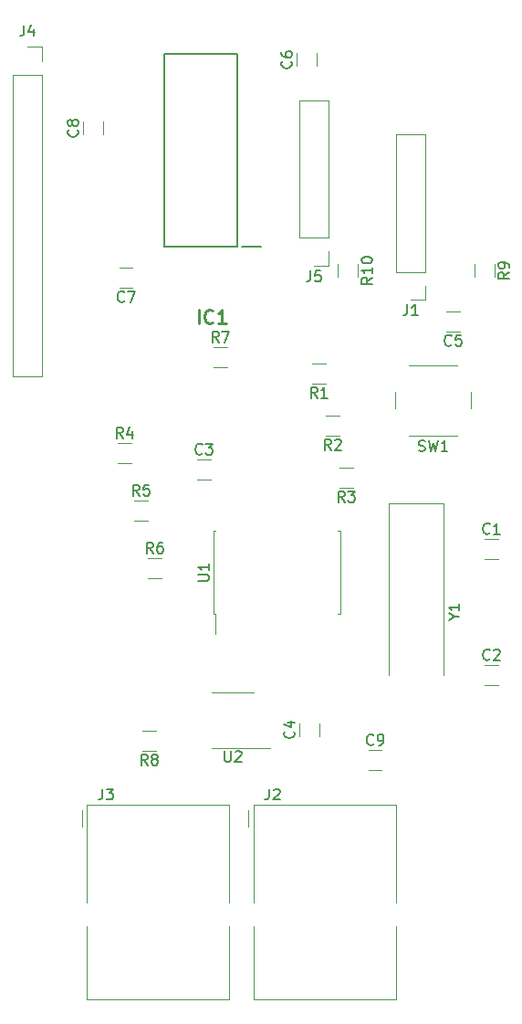
<source format=gbr>
G04 #@! TF.GenerationSoftware,KiCad,Pcbnew,(5.1.4)-1*
G04 #@! TF.CreationDate,2019-11-01T17:51:28+00:00*
G04 #@! TF.ProjectId,canbus_boiler_switch,63616e62-7573-45f6-926f-696c65725f73,rev?*
G04 #@! TF.SameCoordinates,Original*
G04 #@! TF.FileFunction,Legend,Top*
G04 #@! TF.FilePolarity,Positive*
%FSLAX46Y46*%
G04 Gerber Fmt 4.6, Leading zero omitted, Abs format (unit mm)*
G04 Created by KiCad (PCBNEW (5.1.4)-1) date 2019-11-01 17:51:28*
%MOMM*%
%LPD*%
G04 APERTURE LIST*
%ADD10C,0.120000*%
%ADD11C,0.100000*%
%ADD12C,0.200000*%
%ADD13C,0.150000*%
%ADD14C,0.254000*%
G04 APERTURE END LIST*
D10*
X82780000Y-149030000D02*
X81450000Y-149030000D01*
X82780000Y-147700000D02*
X82780000Y-149030000D01*
X82780000Y-146430000D02*
X80120000Y-146430000D01*
X80120000Y-146430000D02*
X80120000Y-133670000D01*
X82780000Y-146430000D02*
X82780000Y-133670000D01*
X82780000Y-133670000D02*
X80120000Y-133670000D01*
X88382000Y-171027000D02*
X88382000Y-187002000D01*
X93482000Y-171027000D02*
X88382000Y-171027000D01*
X93482000Y-187002000D02*
X93482000Y-171027000D01*
X60390000Y-198984000D02*
X73590000Y-198984000D01*
X73590000Y-198984000D02*
X73590000Y-208004000D01*
D11*
X73590000Y-216864000D02*
X73590000Y-216984000D01*
D10*
X73590000Y-216984000D02*
X73590000Y-210204000D01*
D11*
X73590000Y-216974000D02*
X73590000Y-216984000D01*
D10*
X73590000Y-216984000D02*
X60390000Y-216984000D01*
X60390000Y-216984000D02*
X60390000Y-210204000D01*
D11*
X60390000Y-207934000D02*
X60390000Y-208004000D01*
D10*
X60390000Y-208004000D02*
X60390000Y-198984000D01*
X59920000Y-200984000D02*
X59920000Y-199454000D01*
D12*
X76569000Y-147233000D02*
X74719000Y-147233000D01*
X74369000Y-129353000D02*
X74369000Y-147253000D01*
X67569000Y-129353000D02*
X74369000Y-129353000D01*
X67569000Y-147253000D02*
X67569000Y-129353000D01*
X74369000Y-147253000D02*
X67569000Y-147253000D01*
D10*
X75860000Y-198984000D02*
X89060000Y-198984000D01*
X89060000Y-198984000D02*
X89060000Y-208004000D01*
D11*
X89060000Y-216864000D02*
X89060000Y-216984000D01*
D10*
X89060000Y-216984000D02*
X89060000Y-210204000D01*
D11*
X89060000Y-216974000D02*
X89060000Y-216984000D01*
D10*
X89060000Y-216984000D02*
X75860000Y-216984000D01*
X75860000Y-216984000D02*
X75860000Y-210204000D01*
D11*
X75860000Y-207934000D02*
X75860000Y-208004000D01*
D10*
X75860000Y-208004000D02*
X75860000Y-198984000D01*
X75390000Y-200984000D02*
X75390000Y-199454000D01*
X73914000Y-193695000D02*
X77364000Y-193695000D01*
X73914000Y-193695000D02*
X71964000Y-193695000D01*
X73914000Y-188575000D02*
X75864000Y-188575000D01*
X73914000Y-188575000D02*
X71964000Y-188575000D01*
X89008000Y-160758000D02*
X89008000Y-162258000D01*
X90258000Y-164758000D02*
X94758000Y-164758000D01*
X96008000Y-162258000D02*
X96008000Y-160758000D01*
X94758000Y-158258000D02*
X90258000Y-158258000D01*
X54864000Y-128718000D02*
X56194000Y-128718000D01*
X56194000Y-128718000D02*
X56194000Y-130048000D01*
X56194000Y-131318000D02*
X56194000Y-159318000D01*
X53534000Y-159318000D02*
X56194000Y-159318000D01*
X53534000Y-131318000D02*
X53534000Y-159318000D01*
X53534000Y-131318000D02*
X56194000Y-131318000D01*
X72338000Y-181328000D02*
X72338000Y-183143000D01*
X72093000Y-181328000D02*
X72338000Y-181328000D01*
X72093000Y-177468000D02*
X72093000Y-181328000D01*
X72093000Y-173608000D02*
X72338000Y-173608000D01*
X72093000Y-177468000D02*
X72093000Y-173608000D01*
X83863000Y-181328000D02*
X83618000Y-181328000D01*
X83863000Y-177468000D02*
X83863000Y-181328000D01*
X83863000Y-173608000D02*
X83618000Y-173608000D01*
X83863000Y-177468000D02*
X83863000Y-173608000D01*
X83672000Y-148873936D02*
X83672000Y-150078064D01*
X85492000Y-148873936D02*
X85492000Y-150078064D01*
X96372000Y-148873936D02*
X96372000Y-150078064D01*
X98192000Y-148873936D02*
X98192000Y-150078064D01*
X66766064Y-192130000D02*
X65561936Y-192130000D01*
X66766064Y-193950000D02*
X65561936Y-193950000D01*
X72165936Y-158390000D02*
X73370064Y-158390000D01*
X72165936Y-156570000D02*
X73370064Y-156570000D01*
X66069936Y-177948000D02*
X67274064Y-177948000D01*
X66069936Y-176128000D02*
X67274064Y-176128000D01*
X64799936Y-172614000D02*
X66004064Y-172614000D01*
X64799936Y-170794000D02*
X66004064Y-170794000D01*
X63275936Y-167280000D02*
X64480064Y-167280000D01*
X63275936Y-165460000D02*
X64480064Y-165460000D01*
X85054064Y-167746000D02*
X83849936Y-167746000D01*
X85054064Y-169566000D02*
X83849936Y-169566000D01*
X83790064Y-162920000D02*
X82585936Y-162920000D01*
X83790064Y-164740000D02*
X82585936Y-164740000D01*
X82520064Y-158094000D02*
X81315936Y-158094000D01*
X82520064Y-159914000D02*
X81315936Y-159914000D01*
X91754000Y-152206000D02*
X90424000Y-152206000D01*
X91754000Y-150876000D02*
X91754000Y-152206000D01*
X91754000Y-149606000D02*
X89094000Y-149606000D01*
X89094000Y-149606000D02*
X89094000Y-136846000D01*
X91754000Y-149606000D02*
X91754000Y-136846000D01*
X91754000Y-136846000D02*
X89094000Y-136846000D01*
X86519936Y-195728000D02*
X87724064Y-195728000D01*
X86519936Y-193908000D02*
X87724064Y-193908000D01*
X61870000Y-136870064D02*
X61870000Y-135665936D01*
X60050000Y-136870064D02*
X60050000Y-135665936D01*
X64610064Y-149204000D02*
X63405936Y-149204000D01*
X64610064Y-151024000D02*
X63405936Y-151024000D01*
X81682000Y-130520064D02*
X81682000Y-129315936D01*
X79862000Y-130520064D02*
X79862000Y-129315936D01*
X94960064Y-153268000D02*
X93755936Y-153268000D01*
X94960064Y-155088000D02*
X93755936Y-155088000D01*
X80116000Y-192626064D02*
X80116000Y-191421936D01*
X81936000Y-192626064D02*
X81936000Y-191421936D01*
X70641936Y-168804000D02*
X71846064Y-168804000D01*
X70641936Y-166984000D02*
X71846064Y-166984000D01*
X97317936Y-187854000D02*
X98522064Y-187854000D01*
X97317936Y-186034000D02*
X98522064Y-186034000D01*
X97317936Y-176170000D02*
X98522064Y-176170000D01*
X97317936Y-174350000D02*
X98522064Y-174350000D01*
D13*
X81116666Y-149482380D02*
X81116666Y-150196666D01*
X81069047Y-150339523D01*
X80973809Y-150434761D01*
X80830952Y-150482380D01*
X80735714Y-150482380D01*
X82069047Y-149482380D02*
X81592857Y-149482380D01*
X81545238Y-149958571D01*
X81592857Y-149910952D01*
X81688095Y-149863333D01*
X81926190Y-149863333D01*
X82021428Y-149910952D01*
X82069047Y-149958571D01*
X82116666Y-150053809D01*
X82116666Y-150291904D01*
X82069047Y-150387142D01*
X82021428Y-150434761D01*
X81926190Y-150482380D01*
X81688095Y-150482380D01*
X81592857Y-150434761D01*
X81545238Y-150387142D01*
X94458190Y-181578190D02*
X94934380Y-181578190D01*
X93934380Y-181911523D02*
X94458190Y-181578190D01*
X93934380Y-181244857D01*
X94934380Y-180387714D02*
X94934380Y-180959142D01*
X94934380Y-180673428D02*
X93934380Y-180673428D01*
X94077238Y-180768666D01*
X94172476Y-180863904D01*
X94220095Y-180959142D01*
X61816666Y-197506380D02*
X61816666Y-198220666D01*
X61769047Y-198363523D01*
X61673809Y-198458761D01*
X61530952Y-198506380D01*
X61435714Y-198506380D01*
X62197619Y-197506380D02*
X62816666Y-197506380D01*
X62483333Y-197887333D01*
X62626190Y-197887333D01*
X62721428Y-197934952D01*
X62769047Y-197982571D01*
X62816666Y-198077809D01*
X62816666Y-198315904D01*
X62769047Y-198411142D01*
X62721428Y-198458761D01*
X62626190Y-198506380D01*
X62340476Y-198506380D01*
X62245238Y-198458761D01*
X62197619Y-198411142D01*
D14*
X70745238Y-154371523D02*
X70745238Y-153101523D01*
X72075714Y-154250571D02*
X72015238Y-154311047D01*
X71833809Y-154371523D01*
X71712857Y-154371523D01*
X71531428Y-154311047D01*
X71410476Y-154190095D01*
X71350000Y-154069142D01*
X71289523Y-153827238D01*
X71289523Y-153645809D01*
X71350000Y-153403904D01*
X71410476Y-153282952D01*
X71531428Y-153162000D01*
X71712857Y-153101523D01*
X71833809Y-153101523D01*
X72015238Y-153162000D01*
X72075714Y-153222476D01*
X73285238Y-154371523D02*
X72559523Y-154371523D01*
X72922380Y-154371523D02*
X72922380Y-153101523D01*
X72801428Y-153282952D01*
X72680476Y-153403904D01*
X72559523Y-153464380D01*
D13*
X77286666Y-197506380D02*
X77286666Y-198220666D01*
X77239047Y-198363523D01*
X77143809Y-198458761D01*
X77000952Y-198506380D01*
X76905714Y-198506380D01*
X77715238Y-197601619D02*
X77762857Y-197554000D01*
X77858095Y-197506380D01*
X78096190Y-197506380D01*
X78191428Y-197554000D01*
X78239047Y-197601619D01*
X78286666Y-197696857D01*
X78286666Y-197792095D01*
X78239047Y-197934952D01*
X77667619Y-198506380D01*
X78286666Y-198506380D01*
X73152095Y-193987380D02*
X73152095Y-194796904D01*
X73199714Y-194892142D01*
X73247333Y-194939761D01*
X73342571Y-194987380D01*
X73533047Y-194987380D01*
X73628285Y-194939761D01*
X73675904Y-194892142D01*
X73723523Y-194796904D01*
X73723523Y-193987380D01*
X74152095Y-194082619D02*
X74199714Y-194035000D01*
X74294952Y-193987380D01*
X74533047Y-193987380D01*
X74628285Y-194035000D01*
X74675904Y-194082619D01*
X74723523Y-194177857D01*
X74723523Y-194273095D01*
X74675904Y-194415952D01*
X74104476Y-194987380D01*
X74723523Y-194987380D01*
X91174666Y-166162761D02*
X91317523Y-166210380D01*
X91555619Y-166210380D01*
X91650857Y-166162761D01*
X91698476Y-166115142D01*
X91746095Y-166019904D01*
X91746095Y-165924666D01*
X91698476Y-165829428D01*
X91650857Y-165781809D01*
X91555619Y-165734190D01*
X91365142Y-165686571D01*
X91269904Y-165638952D01*
X91222285Y-165591333D01*
X91174666Y-165496095D01*
X91174666Y-165400857D01*
X91222285Y-165305619D01*
X91269904Y-165258000D01*
X91365142Y-165210380D01*
X91603238Y-165210380D01*
X91746095Y-165258000D01*
X92079428Y-165210380D02*
X92317523Y-166210380D01*
X92508000Y-165496095D01*
X92698476Y-166210380D01*
X92936571Y-165210380D01*
X93841333Y-166210380D02*
X93269904Y-166210380D01*
X93555619Y-166210380D02*
X93555619Y-165210380D01*
X93460380Y-165353238D01*
X93365142Y-165448476D01*
X93269904Y-165496095D01*
X54530666Y-126730380D02*
X54530666Y-127444666D01*
X54483047Y-127587523D01*
X54387809Y-127682761D01*
X54244952Y-127730380D01*
X54149714Y-127730380D01*
X55435428Y-127063714D02*
X55435428Y-127730380D01*
X55197333Y-126682761D02*
X54959238Y-127397047D01*
X55578285Y-127397047D01*
X70710380Y-178229904D02*
X71519904Y-178229904D01*
X71615142Y-178182285D01*
X71662761Y-178134666D01*
X71710380Y-178039428D01*
X71710380Y-177848952D01*
X71662761Y-177753714D01*
X71615142Y-177706095D01*
X71519904Y-177658476D01*
X70710380Y-177658476D01*
X71710380Y-176658476D02*
X71710380Y-177229904D01*
X71710380Y-176944190D02*
X70710380Y-176944190D01*
X70853238Y-177039428D01*
X70948476Y-177134666D01*
X70996095Y-177229904D01*
X86854380Y-150118857D02*
X86378190Y-150452190D01*
X86854380Y-150690285D02*
X85854380Y-150690285D01*
X85854380Y-150309333D01*
X85902000Y-150214095D01*
X85949619Y-150166476D01*
X86044857Y-150118857D01*
X86187714Y-150118857D01*
X86282952Y-150166476D01*
X86330571Y-150214095D01*
X86378190Y-150309333D01*
X86378190Y-150690285D01*
X86854380Y-149166476D02*
X86854380Y-149737904D01*
X86854380Y-149452190D02*
X85854380Y-149452190D01*
X85997238Y-149547428D01*
X86092476Y-149642666D01*
X86140095Y-149737904D01*
X85854380Y-148547428D02*
X85854380Y-148452190D01*
X85902000Y-148356952D01*
X85949619Y-148309333D01*
X86044857Y-148261714D01*
X86235333Y-148214095D01*
X86473428Y-148214095D01*
X86663904Y-148261714D01*
X86759142Y-148309333D01*
X86806761Y-148356952D01*
X86854380Y-148452190D01*
X86854380Y-148547428D01*
X86806761Y-148642666D01*
X86759142Y-148690285D01*
X86663904Y-148737904D01*
X86473428Y-148785523D01*
X86235333Y-148785523D01*
X86044857Y-148737904D01*
X85949619Y-148690285D01*
X85902000Y-148642666D01*
X85854380Y-148547428D01*
X99554380Y-149642666D02*
X99078190Y-149976000D01*
X99554380Y-150214095D02*
X98554380Y-150214095D01*
X98554380Y-149833142D01*
X98602000Y-149737904D01*
X98649619Y-149690285D01*
X98744857Y-149642666D01*
X98887714Y-149642666D01*
X98982952Y-149690285D01*
X99030571Y-149737904D01*
X99078190Y-149833142D01*
X99078190Y-150214095D01*
X99554380Y-149166476D02*
X99554380Y-148976000D01*
X99506761Y-148880761D01*
X99459142Y-148833142D01*
X99316285Y-148737904D01*
X99125809Y-148690285D01*
X98744857Y-148690285D01*
X98649619Y-148737904D01*
X98602000Y-148785523D01*
X98554380Y-148880761D01*
X98554380Y-149071238D01*
X98602000Y-149166476D01*
X98649619Y-149214095D01*
X98744857Y-149261714D01*
X98982952Y-149261714D01*
X99078190Y-149214095D01*
X99125809Y-149166476D01*
X99173428Y-149071238D01*
X99173428Y-148880761D01*
X99125809Y-148785523D01*
X99078190Y-148737904D01*
X98982952Y-148690285D01*
X65997333Y-195312380D02*
X65664000Y-194836190D01*
X65425904Y-195312380D02*
X65425904Y-194312380D01*
X65806857Y-194312380D01*
X65902095Y-194360000D01*
X65949714Y-194407619D01*
X65997333Y-194502857D01*
X65997333Y-194645714D01*
X65949714Y-194740952D01*
X65902095Y-194788571D01*
X65806857Y-194836190D01*
X65425904Y-194836190D01*
X66568761Y-194740952D02*
X66473523Y-194693333D01*
X66425904Y-194645714D01*
X66378285Y-194550476D01*
X66378285Y-194502857D01*
X66425904Y-194407619D01*
X66473523Y-194360000D01*
X66568761Y-194312380D01*
X66759238Y-194312380D01*
X66854476Y-194360000D01*
X66902095Y-194407619D01*
X66949714Y-194502857D01*
X66949714Y-194550476D01*
X66902095Y-194645714D01*
X66854476Y-194693333D01*
X66759238Y-194740952D01*
X66568761Y-194740952D01*
X66473523Y-194788571D01*
X66425904Y-194836190D01*
X66378285Y-194931428D01*
X66378285Y-195121904D01*
X66425904Y-195217142D01*
X66473523Y-195264761D01*
X66568761Y-195312380D01*
X66759238Y-195312380D01*
X66854476Y-195264761D01*
X66902095Y-195217142D01*
X66949714Y-195121904D01*
X66949714Y-194931428D01*
X66902095Y-194836190D01*
X66854476Y-194788571D01*
X66759238Y-194740952D01*
X72601333Y-156112380D02*
X72268000Y-155636190D01*
X72029904Y-156112380D02*
X72029904Y-155112380D01*
X72410857Y-155112380D01*
X72506095Y-155160000D01*
X72553714Y-155207619D01*
X72601333Y-155302857D01*
X72601333Y-155445714D01*
X72553714Y-155540952D01*
X72506095Y-155588571D01*
X72410857Y-155636190D01*
X72029904Y-155636190D01*
X72934666Y-155112380D02*
X73601333Y-155112380D01*
X73172761Y-156112380D01*
X66505333Y-175670380D02*
X66172000Y-175194190D01*
X65933904Y-175670380D02*
X65933904Y-174670380D01*
X66314857Y-174670380D01*
X66410095Y-174718000D01*
X66457714Y-174765619D01*
X66505333Y-174860857D01*
X66505333Y-175003714D01*
X66457714Y-175098952D01*
X66410095Y-175146571D01*
X66314857Y-175194190D01*
X65933904Y-175194190D01*
X67362476Y-174670380D02*
X67172000Y-174670380D01*
X67076761Y-174718000D01*
X67029142Y-174765619D01*
X66933904Y-174908476D01*
X66886285Y-175098952D01*
X66886285Y-175479904D01*
X66933904Y-175575142D01*
X66981523Y-175622761D01*
X67076761Y-175670380D01*
X67267238Y-175670380D01*
X67362476Y-175622761D01*
X67410095Y-175575142D01*
X67457714Y-175479904D01*
X67457714Y-175241809D01*
X67410095Y-175146571D01*
X67362476Y-175098952D01*
X67267238Y-175051333D01*
X67076761Y-175051333D01*
X66981523Y-175098952D01*
X66933904Y-175146571D01*
X66886285Y-175241809D01*
X65235333Y-170336380D02*
X64902000Y-169860190D01*
X64663904Y-170336380D02*
X64663904Y-169336380D01*
X65044857Y-169336380D01*
X65140095Y-169384000D01*
X65187714Y-169431619D01*
X65235333Y-169526857D01*
X65235333Y-169669714D01*
X65187714Y-169764952D01*
X65140095Y-169812571D01*
X65044857Y-169860190D01*
X64663904Y-169860190D01*
X66140095Y-169336380D02*
X65663904Y-169336380D01*
X65616285Y-169812571D01*
X65663904Y-169764952D01*
X65759142Y-169717333D01*
X65997238Y-169717333D01*
X66092476Y-169764952D01*
X66140095Y-169812571D01*
X66187714Y-169907809D01*
X66187714Y-170145904D01*
X66140095Y-170241142D01*
X66092476Y-170288761D01*
X65997238Y-170336380D01*
X65759142Y-170336380D01*
X65663904Y-170288761D01*
X65616285Y-170241142D01*
X63711333Y-165002380D02*
X63378000Y-164526190D01*
X63139904Y-165002380D02*
X63139904Y-164002380D01*
X63520857Y-164002380D01*
X63616095Y-164050000D01*
X63663714Y-164097619D01*
X63711333Y-164192857D01*
X63711333Y-164335714D01*
X63663714Y-164430952D01*
X63616095Y-164478571D01*
X63520857Y-164526190D01*
X63139904Y-164526190D01*
X64568476Y-164335714D02*
X64568476Y-165002380D01*
X64330380Y-163954761D02*
X64092285Y-164669047D01*
X64711333Y-164669047D01*
X84285333Y-170928380D02*
X83952000Y-170452190D01*
X83713904Y-170928380D02*
X83713904Y-169928380D01*
X84094857Y-169928380D01*
X84190095Y-169976000D01*
X84237714Y-170023619D01*
X84285333Y-170118857D01*
X84285333Y-170261714D01*
X84237714Y-170356952D01*
X84190095Y-170404571D01*
X84094857Y-170452190D01*
X83713904Y-170452190D01*
X84618666Y-169928380D02*
X85237714Y-169928380D01*
X84904380Y-170309333D01*
X85047238Y-170309333D01*
X85142476Y-170356952D01*
X85190095Y-170404571D01*
X85237714Y-170499809D01*
X85237714Y-170737904D01*
X85190095Y-170833142D01*
X85142476Y-170880761D01*
X85047238Y-170928380D01*
X84761523Y-170928380D01*
X84666285Y-170880761D01*
X84618666Y-170833142D01*
X83021333Y-166102380D02*
X82688000Y-165626190D01*
X82449904Y-166102380D02*
X82449904Y-165102380D01*
X82830857Y-165102380D01*
X82926095Y-165150000D01*
X82973714Y-165197619D01*
X83021333Y-165292857D01*
X83021333Y-165435714D01*
X82973714Y-165530952D01*
X82926095Y-165578571D01*
X82830857Y-165626190D01*
X82449904Y-165626190D01*
X83402285Y-165197619D02*
X83449904Y-165150000D01*
X83545142Y-165102380D01*
X83783238Y-165102380D01*
X83878476Y-165150000D01*
X83926095Y-165197619D01*
X83973714Y-165292857D01*
X83973714Y-165388095D01*
X83926095Y-165530952D01*
X83354666Y-166102380D01*
X83973714Y-166102380D01*
X81751333Y-161276380D02*
X81418000Y-160800190D01*
X81179904Y-161276380D02*
X81179904Y-160276380D01*
X81560857Y-160276380D01*
X81656095Y-160324000D01*
X81703714Y-160371619D01*
X81751333Y-160466857D01*
X81751333Y-160609714D01*
X81703714Y-160704952D01*
X81656095Y-160752571D01*
X81560857Y-160800190D01*
X81179904Y-160800190D01*
X82703714Y-161276380D02*
X82132285Y-161276380D01*
X82418000Y-161276380D02*
X82418000Y-160276380D01*
X82322761Y-160419238D01*
X82227523Y-160514476D01*
X82132285Y-160562095D01*
X90090666Y-152614380D02*
X90090666Y-153328666D01*
X90043047Y-153471523D01*
X89947809Y-153566761D01*
X89804952Y-153614380D01*
X89709714Y-153614380D01*
X91090666Y-153614380D02*
X90519238Y-153614380D01*
X90804952Y-153614380D02*
X90804952Y-152614380D01*
X90709714Y-152757238D01*
X90614476Y-152852476D01*
X90519238Y-152900095D01*
X86955333Y-193355142D02*
X86907714Y-193402761D01*
X86764857Y-193450380D01*
X86669619Y-193450380D01*
X86526761Y-193402761D01*
X86431523Y-193307523D01*
X86383904Y-193212285D01*
X86336285Y-193021809D01*
X86336285Y-192878952D01*
X86383904Y-192688476D01*
X86431523Y-192593238D01*
X86526761Y-192498000D01*
X86669619Y-192450380D01*
X86764857Y-192450380D01*
X86907714Y-192498000D01*
X86955333Y-192545619D01*
X87431523Y-193450380D02*
X87622000Y-193450380D01*
X87717238Y-193402761D01*
X87764857Y-193355142D01*
X87860095Y-193212285D01*
X87907714Y-193021809D01*
X87907714Y-192640857D01*
X87860095Y-192545619D01*
X87812476Y-192498000D01*
X87717238Y-192450380D01*
X87526761Y-192450380D01*
X87431523Y-192498000D01*
X87383904Y-192545619D01*
X87336285Y-192640857D01*
X87336285Y-192878952D01*
X87383904Y-192974190D01*
X87431523Y-193021809D01*
X87526761Y-193069428D01*
X87717238Y-193069428D01*
X87812476Y-193021809D01*
X87860095Y-192974190D01*
X87907714Y-192878952D01*
X59497142Y-136434666D02*
X59544761Y-136482285D01*
X59592380Y-136625142D01*
X59592380Y-136720380D01*
X59544761Y-136863238D01*
X59449523Y-136958476D01*
X59354285Y-137006095D01*
X59163809Y-137053714D01*
X59020952Y-137053714D01*
X58830476Y-137006095D01*
X58735238Y-136958476D01*
X58640000Y-136863238D01*
X58592380Y-136720380D01*
X58592380Y-136625142D01*
X58640000Y-136482285D01*
X58687619Y-136434666D01*
X59020952Y-135863238D02*
X58973333Y-135958476D01*
X58925714Y-136006095D01*
X58830476Y-136053714D01*
X58782857Y-136053714D01*
X58687619Y-136006095D01*
X58640000Y-135958476D01*
X58592380Y-135863238D01*
X58592380Y-135672761D01*
X58640000Y-135577523D01*
X58687619Y-135529904D01*
X58782857Y-135482285D01*
X58830476Y-135482285D01*
X58925714Y-135529904D01*
X58973333Y-135577523D01*
X59020952Y-135672761D01*
X59020952Y-135863238D01*
X59068571Y-135958476D01*
X59116190Y-136006095D01*
X59211428Y-136053714D01*
X59401904Y-136053714D01*
X59497142Y-136006095D01*
X59544761Y-135958476D01*
X59592380Y-135863238D01*
X59592380Y-135672761D01*
X59544761Y-135577523D01*
X59497142Y-135529904D01*
X59401904Y-135482285D01*
X59211428Y-135482285D01*
X59116190Y-135529904D01*
X59068571Y-135577523D01*
X59020952Y-135672761D01*
X63841333Y-152291142D02*
X63793714Y-152338761D01*
X63650857Y-152386380D01*
X63555619Y-152386380D01*
X63412761Y-152338761D01*
X63317523Y-152243523D01*
X63269904Y-152148285D01*
X63222285Y-151957809D01*
X63222285Y-151814952D01*
X63269904Y-151624476D01*
X63317523Y-151529238D01*
X63412761Y-151434000D01*
X63555619Y-151386380D01*
X63650857Y-151386380D01*
X63793714Y-151434000D01*
X63841333Y-151481619D01*
X64174666Y-151386380D02*
X64841333Y-151386380D01*
X64412761Y-152386380D01*
X79309142Y-130084666D02*
X79356761Y-130132285D01*
X79404380Y-130275142D01*
X79404380Y-130370380D01*
X79356761Y-130513238D01*
X79261523Y-130608476D01*
X79166285Y-130656095D01*
X78975809Y-130703714D01*
X78832952Y-130703714D01*
X78642476Y-130656095D01*
X78547238Y-130608476D01*
X78452000Y-130513238D01*
X78404380Y-130370380D01*
X78404380Y-130275142D01*
X78452000Y-130132285D01*
X78499619Y-130084666D01*
X78404380Y-129227523D02*
X78404380Y-129418000D01*
X78452000Y-129513238D01*
X78499619Y-129560857D01*
X78642476Y-129656095D01*
X78832952Y-129703714D01*
X79213904Y-129703714D01*
X79309142Y-129656095D01*
X79356761Y-129608476D01*
X79404380Y-129513238D01*
X79404380Y-129322761D01*
X79356761Y-129227523D01*
X79309142Y-129179904D01*
X79213904Y-129132285D01*
X78975809Y-129132285D01*
X78880571Y-129179904D01*
X78832952Y-129227523D01*
X78785333Y-129322761D01*
X78785333Y-129513238D01*
X78832952Y-129608476D01*
X78880571Y-129656095D01*
X78975809Y-129703714D01*
X94191333Y-156355142D02*
X94143714Y-156402761D01*
X94000857Y-156450380D01*
X93905619Y-156450380D01*
X93762761Y-156402761D01*
X93667523Y-156307523D01*
X93619904Y-156212285D01*
X93572285Y-156021809D01*
X93572285Y-155878952D01*
X93619904Y-155688476D01*
X93667523Y-155593238D01*
X93762761Y-155498000D01*
X93905619Y-155450380D01*
X94000857Y-155450380D01*
X94143714Y-155498000D01*
X94191333Y-155545619D01*
X95096095Y-155450380D02*
X94619904Y-155450380D01*
X94572285Y-155926571D01*
X94619904Y-155878952D01*
X94715142Y-155831333D01*
X94953238Y-155831333D01*
X95048476Y-155878952D01*
X95096095Y-155926571D01*
X95143714Y-156021809D01*
X95143714Y-156259904D01*
X95096095Y-156355142D01*
X95048476Y-156402761D01*
X94953238Y-156450380D01*
X94715142Y-156450380D01*
X94619904Y-156402761D01*
X94572285Y-156355142D01*
X79563142Y-192190666D02*
X79610761Y-192238285D01*
X79658380Y-192381142D01*
X79658380Y-192476380D01*
X79610761Y-192619238D01*
X79515523Y-192714476D01*
X79420285Y-192762095D01*
X79229809Y-192809714D01*
X79086952Y-192809714D01*
X78896476Y-192762095D01*
X78801238Y-192714476D01*
X78706000Y-192619238D01*
X78658380Y-192476380D01*
X78658380Y-192381142D01*
X78706000Y-192238285D01*
X78753619Y-192190666D01*
X78991714Y-191333523D02*
X79658380Y-191333523D01*
X78610761Y-191571619D02*
X79325047Y-191809714D01*
X79325047Y-191190666D01*
X71077333Y-166431142D02*
X71029714Y-166478761D01*
X70886857Y-166526380D01*
X70791619Y-166526380D01*
X70648761Y-166478761D01*
X70553523Y-166383523D01*
X70505904Y-166288285D01*
X70458285Y-166097809D01*
X70458285Y-165954952D01*
X70505904Y-165764476D01*
X70553523Y-165669238D01*
X70648761Y-165574000D01*
X70791619Y-165526380D01*
X70886857Y-165526380D01*
X71029714Y-165574000D01*
X71077333Y-165621619D01*
X71410666Y-165526380D02*
X72029714Y-165526380D01*
X71696380Y-165907333D01*
X71839238Y-165907333D01*
X71934476Y-165954952D01*
X71982095Y-166002571D01*
X72029714Y-166097809D01*
X72029714Y-166335904D01*
X71982095Y-166431142D01*
X71934476Y-166478761D01*
X71839238Y-166526380D01*
X71553523Y-166526380D01*
X71458285Y-166478761D01*
X71410666Y-166431142D01*
X97753333Y-185481142D02*
X97705714Y-185528761D01*
X97562857Y-185576380D01*
X97467619Y-185576380D01*
X97324761Y-185528761D01*
X97229523Y-185433523D01*
X97181904Y-185338285D01*
X97134285Y-185147809D01*
X97134285Y-185004952D01*
X97181904Y-184814476D01*
X97229523Y-184719238D01*
X97324761Y-184624000D01*
X97467619Y-184576380D01*
X97562857Y-184576380D01*
X97705714Y-184624000D01*
X97753333Y-184671619D01*
X98134285Y-184671619D02*
X98181904Y-184624000D01*
X98277142Y-184576380D01*
X98515238Y-184576380D01*
X98610476Y-184624000D01*
X98658095Y-184671619D01*
X98705714Y-184766857D01*
X98705714Y-184862095D01*
X98658095Y-185004952D01*
X98086666Y-185576380D01*
X98705714Y-185576380D01*
X97753333Y-173797142D02*
X97705714Y-173844761D01*
X97562857Y-173892380D01*
X97467619Y-173892380D01*
X97324761Y-173844761D01*
X97229523Y-173749523D01*
X97181904Y-173654285D01*
X97134285Y-173463809D01*
X97134285Y-173320952D01*
X97181904Y-173130476D01*
X97229523Y-173035238D01*
X97324761Y-172940000D01*
X97467619Y-172892380D01*
X97562857Y-172892380D01*
X97705714Y-172940000D01*
X97753333Y-172987619D01*
X98705714Y-173892380D02*
X98134285Y-173892380D01*
X98420000Y-173892380D02*
X98420000Y-172892380D01*
X98324761Y-173035238D01*
X98229523Y-173130476D01*
X98134285Y-173178095D01*
M02*

</source>
